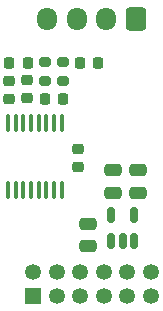
<source format=gbr>
%TF.GenerationSoftware,KiCad,Pcbnew,9.0.6*%
%TF.CreationDate,2025-12-29T21:45:29-05:00*%
%TF.ProjectId,plimsoll,706c696d-736f-46c6-9c2e-6b696361645f,rev?*%
%TF.SameCoordinates,Original*%
%TF.FileFunction,Soldermask,Top*%
%TF.FilePolarity,Negative*%
%FSLAX46Y46*%
G04 Gerber Fmt 4.6, Leading zero omitted, Abs format (unit mm)*
G04 Created by KiCad (PCBNEW 9.0.6) date 2025-12-29 21:45:29*
%MOMM*%
%LPD*%
G01*
G04 APERTURE LIST*
G04 Aperture macros list*
%AMRoundRect*
0 Rectangle with rounded corners*
0 $1 Rounding radius*
0 $2 $3 $4 $5 $6 $7 $8 $9 X,Y pos of 4 corners*
0 Add a 4 corners polygon primitive as box body*
4,1,4,$2,$3,$4,$5,$6,$7,$8,$9,$2,$3,0*
0 Add four circle primitives for the rounded corners*
1,1,$1+$1,$2,$3*
1,1,$1+$1,$4,$5*
1,1,$1+$1,$6,$7*
1,1,$1+$1,$8,$9*
0 Add four rect primitives between the rounded corners*
20,1,$1+$1,$2,$3,$4,$5,0*
20,1,$1+$1,$4,$5,$6,$7,0*
20,1,$1+$1,$6,$7,$8,$9,0*
20,1,$1+$1,$8,$9,$2,$3,0*%
G04 Aperture macros list end*
%ADD10RoundRect,0.250000X0.600000X0.725000X-0.600000X0.725000X-0.600000X-0.725000X0.600000X-0.725000X0*%
%ADD11O,1.700000X1.950000*%
%ADD12RoundRect,0.225000X-0.250000X0.225000X-0.250000X-0.225000X0.250000X-0.225000X0.250000X0.225000X0*%
%ADD13RoundRect,0.250000X0.475000X-0.250000X0.475000X0.250000X-0.475000X0.250000X-0.475000X-0.250000X0*%
%ADD14RoundRect,0.100000X0.100000X-0.637500X0.100000X0.637500X-0.100000X0.637500X-0.100000X-0.637500X0*%
%ADD15RoundRect,0.150000X0.150000X-0.512500X0.150000X0.512500X-0.150000X0.512500X-0.150000X-0.512500X0*%
%ADD16RoundRect,0.225000X0.225000X0.250000X-0.225000X0.250000X-0.225000X-0.250000X0.225000X-0.250000X0*%
%ADD17RoundRect,0.225000X-0.225000X-0.250000X0.225000X-0.250000X0.225000X0.250000X-0.225000X0.250000X0*%
%ADD18RoundRect,0.225000X0.250000X-0.225000X0.250000X0.225000X-0.250000X0.225000X-0.250000X-0.225000X0*%
%ADD19RoundRect,0.200000X0.275000X-0.200000X0.275000X0.200000X-0.275000X0.200000X-0.275000X-0.200000X0*%
%ADD20RoundRect,0.250000X-0.475000X0.250000X-0.475000X-0.250000X0.475000X-0.250000X0.475000X0.250000X0*%
%ADD21R,1.350000X1.350000*%
%ADD22C,1.350000*%
G04 APERTURE END LIST*
D10*
%TO.C,J3*%
X38200000Y-24060000D03*
D11*
X35700000Y-24060000D03*
X33200000Y-24060000D03*
X30700000Y-24060000D03*
%TD*%
D12*
%TO.C,C8*%
X33330000Y-35030000D03*
X33330000Y-36580000D03*
%TD*%
D13*
%TO.C,C11*%
X38370000Y-38770000D03*
X38370000Y-36870000D03*
%TD*%
D14*
%TO.C,U1*%
X27375000Y-38575000D03*
X28025000Y-38575000D03*
X28675000Y-38575000D03*
X29325000Y-38575000D03*
X29975000Y-38575000D03*
X30625000Y-38575000D03*
X31275000Y-38575000D03*
X31925000Y-38575000D03*
X31925000Y-32850000D03*
X31275000Y-32850000D03*
X30625000Y-32850000D03*
X29975000Y-32850000D03*
X29325000Y-32850000D03*
X28675000Y-32850000D03*
X28025000Y-32850000D03*
X27375000Y-32850000D03*
%TD*%
D15*
%TO.C,U5*%
X36130000Y-42890000D03*
X37080000Y-42890000D03*
X38030000Y-42890000D03*
X38030000Y-40615000D03*
X36130000Y-40615000D03*
%TD*%
D16*
%TO.C,C7*%
X32050000Y-30800000D03*
X30500000Y-30800000D03*
%TD*%
D17*
%TO.C,C2*%
X27500000Y-27750000D03*
X29050000Y-27750000D03*
%TD*%
D18*
%TO.C,C9*%
X27500000Y-30825000D03*
X27500000Y-29275000D03*
%TD*%
D19*
%TO.C,R8*%
X32000000Y-29325000D03*
X32000000Y-27675000D03*
%TD*%
%TO.C,R7*%
X30500000Y-29325000D03*
X30500000Y-27675000D03*
%TD*%
D12*
%TO.C,C12*%
X29000000Y-29225000D03*
X29000000Y-30775000D03*
%TD*%
D16*
%TO.C,C1*%
X35025000Y-27750000D03*
X33475000Y-27750000D03*
%TD*%
D20*
%TO.C,C6*%
X34150000Y-41400000D03*
X34150000Y-43300000D03*
%TD*%
D13*
%TO.C,C10*%
X36240000Y-38750000D03*
X36240000Y-36850000D03*
%TD*%
D21*
%TO.C,J1*%
X29480000Y-47480000D03*
D22*
X29480000Y-45480000D03*
X31480000Y-47480000D03*
X31480000Y-45480000D03*
X33480000Y-47480000D03*
X33480000Y-45480000D03*
X35480000Y-47480000D03*
X35480000Y-45480000D03*
X37480000Y-47480000D03*
X37480000Y-45480000D03*
X39480000Y-47480000D03*
X39480000Y-45480000D03*
%TD*%
M02*

</source>
